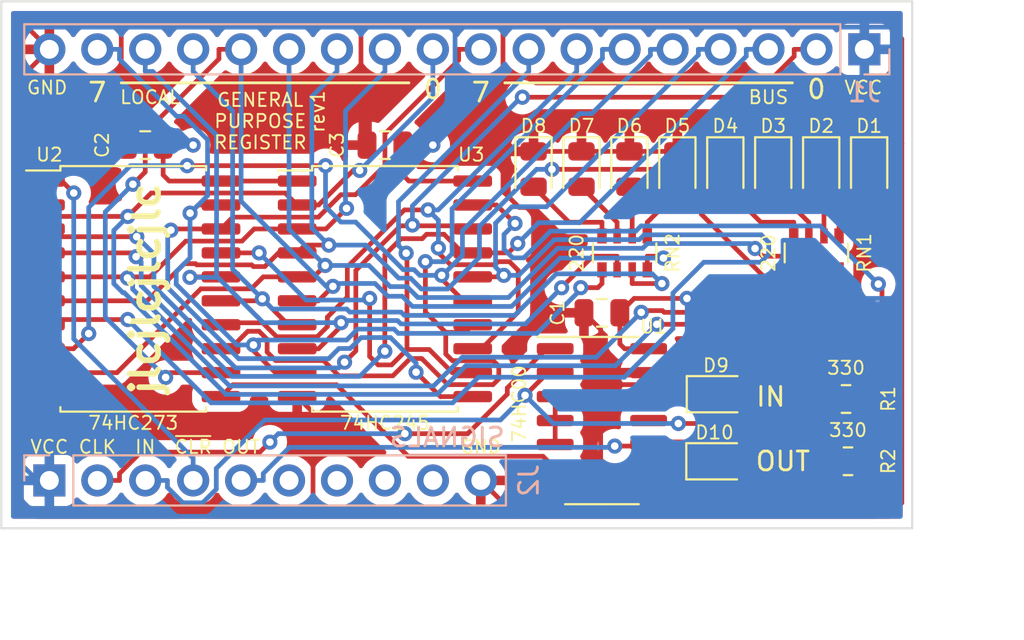
<source format=kicad_pcb>
(kicad_pcb (version 20211014) (generator pcbnew)
  (layers (0 "F.Cu" signal) (31 "B.Cu" signal) (34 "B.Paste" user) (35 "F.Paste" user) (36 "B.SilkS" user "B.Silkscreen") (37 "F.SilkS" user "F.Silkscreen") (38 "B.Mask" user) (39 "F.Mask" user) (44 "Edge.Cuts" user))
  (net 0 "")
  (net 1 "VCC")
  (net 2 "GND")
  (net 3 "Net-(D1-Pad2)")
  (net 4 "Net-(D2-Pad2)")
  (net 5 "Net-(D3-Pad2)")
  (net 6 "Net-(D4-Pad2)")
  (net 7 "Net-(D5-Pad2)")
  (net 8 "Net-(D6-Pad2)")
  (net 9 "Net-(D7-Pad2)")
  (net 10 "Net-(D8-Pad2)")
  (net 11 "/L0")
  (net 12 "/L1")
  (net 13 "/L2")
  (net 14 "/L3")
  (net 15 "/L4")
  (net 16 "/L5")
  (net 17 "/L6")
  (net 18 "/L7")
  (net 19 "/D0")
  (net 20 "/D1")
  (net 21 "/D2")
  (net 22 "/D3")
  (net 23 "/D4")
  (net 24 "/D5")
  (net 25 "/D6")
  (net 26 "/D7")
  (net 27 "CLK")
  (net 28 "IN")
  (net 29 "OUT")
  (net 34 "Net-(U1-Pad3)")
  (net 35 "Net-(U1-Pad6)")
  (net 36 "Net-(U1-Pad8)")
  (net 38 "~{CLR}")
  (net 39 "Net-(D9-Pad2)")
  (net 40 "Net-(D10-Pad2)")
  (footprint "LED_SMD:LED_0805_2012Metric" (layer "F.Cu") (at 61.214 24.13 -90)
    (fp_text reference "D4")
    (fp_text value "LED_Small")
  )
  (footprint "Resistor_SMD:R_0805_2012Metric" (layer "F.Cu") (at 67.611 36.322 180)
    (fp_text reference "R1")
    (fp_text value "330")
  )
  (footprint "Package_SO:SOIC-20W_7.5x12.8mm_P1.27mm" (layer "F.Cu") (at 43.18 30.48)
    (fp_text reference "U3")
    (fp_text value "74HC245")
  )
  (footprint "Capacitor_SMD:C_0805_2012Metric" (layer "F.Cu") (at 43.18 22.86 180)
    (fp_text reference "C3")
    (fp_text value "C")
  )
  (footprint "LED_SMD:LED_0805_2012Metric" (layer "F.Cu") (at 60.8565 36.068)
    (fp_text reference "D9")
    (fp_text value "IN")
  )
  (footprint "LED_SMD:LED_0805_2012Metric" (layer "F.Cu") (at 63.754 24.13 -90)
    (fp_text reference "D3")
    (fp_text value "LED_Small")
  )
  (footprint "Resistor_SMD:R_Array_Convex_4x0603" (layer "F.Cu") (at 55.88 28.575 -90)
    (fp_text reference "RN2")
    (fp_text value "220")
  )
  (footprint "Resistor_SMD:R_0805_2012Metric" (layer "F.Cu") (at 67.7145 39.624 180)
    (fp_text reference "R2")
    (fp_text value "330")
  )
  (footprint "LED_SMD:LED_0805_2012Metric" (layer "F.Cu") (at 66.294 24.13 -90)
    (fp_text reference "D2")
    (fp_text value "LED_Small")
  )
  (footprint "Capacitor_SMD:C_0805_2012Metric" (layer "F.Cu") (at 54.675 31.75 180)
    (fp_text reference "C1")
    (fp_text value "C")
  )
  (footprint "Package_SO:SO-14_3.9x8.65mm_P1.27mm" (layer "F.Cu") (at 54.675 37.465)
    (fp_text reference "U1")
    (fp_text value "74HC00")
  )
  (footprint "LED_SMD:LED_0805_2012Metric" (layer "F.Cu") (at 60.8315 39.624)
    (fp_text reference "D10")
    (fp_text value "OUT")
  )
  (footprint "LED_SMD:LED_0805_2012Metric" (layer "F.Cu") (at 56.134 24.13 -90)
    (fp_text reference "D6")
    (fp_text value "LED_Small")
  )
  (footprint "LED_SMD:LED_0805_2012Metric" (layer "F.Cu") (at 51.054 24.13 -90)
    (fp_text reference "D8")
    (fp_text value "LED_Small")
  )
  (footprint "LED_SMD:LED_0805_2012Metric" (layer "F.Cu") (at 53.594 24.13 -90)
    (fp_text reference "D7")
    (fp_text value "LED_Small")
  )
  (footprint "LED_SMD:LED_0805_2012Metric" (layer "F.Cu") (at 68.834 24.13 -90)
    (fp_text reference "D1")
    (fp_text value "LED_Small")
  )
  (footprint "Capacitor_SMD:C_0805_2012Metric" (layer "F.Cu") (at 30.48 22.86 180)
    (fp_text reference "C2")
    (fp_text value "C")
  )
  (footprint "LED_SMD:LED_0805_2012Metric" (layer "F.Cu") (at 58.674 24.13 -90)
    (fp_text reference "D5")
    (fp_text value "LED_Small")
  )
  (footprint "Package_SO:SOIC-20W_7.5x12.8mm_P1.27mm" (layer "F.Cu") (at 29.845 30.48)
    (fp_text reference "U2")
    (fp_text value "74HC273")
  )
  (footprint "Resistor_SMD:R_Array_Convex_4x0603" (layer "F.Cu") (at 66.04 28.575 -90)
    (fp_text reference "RN1")
    (fp_text value "220")
  )
  (footprint "Connector_PinHeader_2.54mm:PinHeader_1x18_P2.54mm_Vertical" (layer "B.Cu") (at 68.58 17.78 90)
    (fp_text reference "J1")
    (fp_text value "Conn_01x18_Male")
  )
  (footprint "Connector_PinHeader_2.54mm:PinHeader_1x10_P2.54mm_Vertical" (layer "B.Cu") (at 25.4 40.64 -90)
    (fp_text reference "J2")
    (fp_text value "SIGNALS")
  )
  (gr_line (start 49.53 19.558) (end 64.77 19.558) (layer "F.SilkS") (width 0.15))
  (gr_line (start 29.21 19.558) (end 44.45 19.558) (layer "F.SilkS") (width 0.15))
  (gr_line (start 22.86 43.18) (end 71.12 43.18) (layer "Edge.Cuts") (width 0.1))
  (gr_line (start 71.12 15.24) (end 22.86 15.24) (layer "Edge.Cuts") (width 0.1))
  (gr_line (start 22.86 43.18) (end 22.86 15.24) (layer "Edge.Cuts") (width 0.1))
  (gr_line (start 71.12 15.24) (end 71.12 43.18) (layer "Edge.Cuts") (width 0.1))
  (gr_text "~{CLR}" (at 33.02 38.862) (layer "F.SilkS") (effects (font (size 0.7 0.7) (thickness 0.1))))
  (gr_text "GND" (at 26.416 19.812) (layer "F.SilkS") (effects (font (size 0.7 0.7) (thickness 0.1)) (justify right)))
  (gr_text "7" (at 48.26 20.066) (layer "F.SilkS") (effects (font (size 1 1))))
  (gr_text "OUT" (at 35.56 38.862) (layer "F.SilkS") (effects (font (size 0.7 0.7) (thickness 0.1))))
  (gr_text "VCC" (at 69.596 19.812) (layer "F.SilkS") (effects (font (size 0.7 0.7) (thickness 0.1)) (justify right)))
  (gr_text "0" (at 66.04 19.812 180) (layer "F.SilkS") (effects (font (size 1 1))))
  (gr_text "IN" (at 30.48 38.862) (layer "F.SilkS") (effects (font (size 0.7 0.7) (thickness 0.1))))
  (gr_text "BUS" (at 63.5 20.32) (layer "F.SilkS") (effects (font (size 0.7 0.7) (thickness 0.1))))
  (gr_text "LOCAL" (at 30.734 20.32) (layer "F.SilkS") (effects (font (size 0.7 0.7) (thickness 0.1))))
  (gr_text "0" (at 45.72 19.812 180) (layer "F.SilkS") (effects (font (size 1 1))))
  (gr_text "GENERAL\nPURPOSE\nREGISTER" (at 36.576 21.59) (layer "F.SilkS") (effects (font (size 0.7 0.7) (thickness 0.1))))
  (gr_text "CLK" (at 27.94 38.862) (layer "F.SilkS") (effects (font (size 0.7 0.7) (thickness 0.1))))
  (gr_text "rev1" (at 39.624 21.082 90) (layer "F.SilkS") (effects (font (size 0.7 0.7) (thickness 0.1))))
  (gr_text "GND" (at 48.26 38.862) (layer "F.SilkS") (effects (font (size 0.7 0.7) (thickness 0.1))))
  (gr_text "jlcjlcjlcjlc" (at 30.48 30.48 90) (layer "F.SilkS") (effects (font (size 1.5 1.5) (thickness 0.3))))
  (gr_text "VCC" (at 25.4 38.862) (layer "F.SilkS") (effects (font (size 0.7 0.7) (thickness 0.1))))
  (gr_text "7" (at 27.94 20.066) (layer "F.SilkS") (effects (font (size 1 1))))
  (segment (start 45.72 22.86) (end 44.13 22.86) (width 0.25) (layer "F.Cu") (net 1))
  (segment (start 44.45 24.765) (end 47.83 24.765) (width 0.25) (layer "F.Cu") (net 1))
  (segment (start 33.02 22.86) (end 31.43 22.86) (width 0.25) (layer "F.Cu") (net 1))
  (segment (start 57.15 33.655) (end 55.88 33.655) (width 0.25) (layer "F.Cu") (net 1))
  (segment (start 55.625 33.4) (end 55.625 31.75) (width 0.25) (layer "F.Cu") (net 1))
  (segment (start 56.387 30.988) (end 59.182 30.988) (width 0.25) (layer "F.Cu") (net 1))
  (segment (start 55.625 31.75) (end 56.387 30.988) (width 0.25) (layer "F.Cu") (net 1))
  (segment (start 34.495 24.765) (end 38.53 24.765) (width 0.25) (layer "F.Cu") (net 1))
  (segment (start 44.13 22.86) (end 44.13 24.445) (width 0.25) (layer "F.Cu") (net 1))
  (segment (start 31.75 24.765) (end 31.43 24.445) (width 0.25) (layer "F.Cu") (net 1))
  (segment (start 55.88 33.655) (end 55.625 33.4) (width 0.25) (layer "F.Cu") (net 1))
  (segment (start 34.495 24.765) (end 31.75 24.765) (width 0.25) (layer "F.Cu") (net 1))
  (segment (start 44.13 24.445) (end 44.45 24.765) (width 0.25) (layer "F.Cu") (net 1))
  (segment (start 31.43 24.445) (end 31.43 22.86) (width 0.25) (layer "F.Cu") (net 1))
  (via (at 59.182 30.988) (size 0.8) (drill 0.4) (layers "F.Cu" "B.Cu") (net 1))
  (via (at 33.02 22.86) (size 0.8) (drill 0.4) (layers "F.Cu" "B.Cu") (net 1))
  (via (at 45.72 22.86) (size 0.8) (drill 0.4) (layers "F.Cu" "B.Cu") (net 1))
  (segment (start 24.765 42.545) (end 69.215 42.545) (width 0.25) (layer "B.Cu") (net 1))
  (segment (start 26.765 16.605) (end 26.575 16.605) (width 0.25) (layer "B.Cu") (net 1))
  (segment (start 26.765 16.605) (end 26.575 16.605) (width 0.25) (layer "B.Cu") (net 1))
  (segment (start 23.495 39.37) (end 23.495 22.86) (width 0.25) (layer "B.Cu") (net 1))
  (segment (start 23.495 22.86) (end 33.02 22.86) (width 0.25) (layer "B.Cu") (net 1))
  (segment (start 24.035 16.605) (end 23.495 17.145) (width 0.25) (layer "B.Cu") (net 1))
  (segment (start 23.495 39.37) (end 23.495 41.275) (width 0.25) (layer "B.Cu") (net 1))
  (segment (start 69.85 17.78) (end 70.485 18.415) (width 0.25) (layer "B.Cu") (net 1))
  (segment (start 70.485 41.275) (end 70.485 30.861) (width 0.25) (layer "B.Cu") (net 1))
  (segment (start 69.215 42.545) (end 70.485 41.275) (width 0.25) (layer "B.Cu") (net 1))
  (segment (start 23.495 41.275) (end 24.765 42.545) (width 0.25) (layer "B.Cu") (net 1))
  (segment (start 46.895 21.685) (end 45.72 22.86) (width 0.25) (layer "B.Cu") (net 1))
  (segment (start 59.182 30.988) (end 70.358 30.988) (width 0.25) (layer "B.Cu") (net 1))
  (segment (start 46.895 16.605) (end 46.895 21.685) (width 0.25) (layer "B.Cu") (net 1))
  (segment (start 70.358 30.988) (end 70.485 30.861) (width 0.25) (layer "B.Cu") (net 1))
  (segment (start 68.58 17.78) (end 69.85 17.78) (width 0.25) (layer "B.Cu") (net 1))
  (segment (start 23.495 39.37) (end 24.765 40.64) (width 0.25) (layer "B.Cu") (net 1))
  (segment (start 70.485 18.415) (end 70.485 17.145) (width 0.25) (layer "B.Cu") (net 1))
  (segment (start 70.485 17.145) (end 69.945 16.605) (width 0.25) (layer "B.Cu") (net 1))
  (segment (start 23.495 17.145) (end 23.495 22.86) (width 0.25) (layer "B.Cu") (net 1))
  (segment (start 69.945 16.605) (end 46.895 16.605) (width 0.25) (layer "B.Cu") (net 1))
  (segment (start 26.575 16.605) (end 24.035 16.605) (width 0.25) (layer "B.Cu") (net 1))
  (segment (start 46.895 16.605) (end 26.765 16.605) (width 0.25) (layer "B.Cu") (net 1))
  (segment (start 70.485 30.861) (end 70.485 18.415) (width 0.25) (layer "B.Cu") (net 1))
  (segment (start 24.765 40.64) (end 25.4 40.64) (width 0.25) (layer "B.Cu") (net 1))
  (segment (start 54.61 32.635) (end 53.725 31.75) (width 0.25) (layer "F.Cu") (net 2))
  (segment (start 70.565 17.225) (end 69.215 15.875) (width 0.25) (layer "F.Cu") (net 2))
  (segment (start 50.292 26.162) (end 49.435 25.305) (width 0.25) (layer "F.Cu") (net 2))
  (segment (start 61.214 23.1925) (end 63.754 23.1925) (width 0.25) (layer "F.Cu") (net 2))
  (segment (start 50.165 42.545) (end 50.93 42.545) (width 0.25) (layer "F.Cu") (net 2))
  (segment (start 70.565 22.78) (end 70.565 17.225) (width 0.25) (layer "F.Cu") (net 2))
  (segment (start 51.054 31.496) (end 51.054 26.416) (width 0.25) (layer "F.Cu") (net 2))
  (segment (start 57.15 34.925) (end 56.642 35.433) (width 0.25) (layer "F.Cu") (net 2))
  (segment (start 69.215 15.875) (end 49.657 15.875) (width 0.25) (layer "F.Cu") (net 2))
  (segment (start 50.93 42.545) (end 69.85 42.545) (width 0.25) (layer "F.Cu") (net 2))
  (segment (start 49.435 22.511) (end 49.435 22.003) (width 0.25) (layer "F.Cu") (net 2))
  (segment (start 54.61 35.56) (end 54.61 32.635) (width 0.25) (layer "F.Cu") (net 2))
  (segment (start 53.975 41.275) (end 54.61 40.64) (width 0.25) (layer "F.Cu") (net 2))
  (segment (start 56.134 23.1925) (end 58.674 23.1925) (width 0.25) (layer "F.Cu") (net 2))
  (segment (start 57.15 36.068) (end 57.15 36.195) (width 0.25) (layer "F.Cu") (net 2))
  (segment (start 49.657 15.875) (end 41.91 15.875) (width 0.25) (layer "F.Cu") (net 2))
  (segment (start 24.13 16.51) (end 25.4 17.78) (width 0.25) (layer "F.Cu") (net 2))
  (segment (start 69.859 22.78) (end 70.565 22.78) (width 0.25) (layer "F.Cu") (net 2))
  (segment (start 23.495 36.195) (end 23.495 41.275) (width 0.25) (layer "F.Cu") (net 2))
  (segment (start 59.919 36.068) (end 57.15 36.068) (width 0.25) (layer "F.Cu") (net 2))
  (segment (start 23.495 19.685) (end 23.495 36.195) (width 0.25) (layer "F.Cu") (net 2))
  (segment (start 56.642 35.56) (end 57.15 36.068) (width 0.25) (layer "F.Cu") (net 2))
  (segment (start 53.594 23.1925) (end 56.134 23.1925) (width 0.25) (layer "F.Cu") (net 2))
  (segment (start 23.495 36.195) (end 25.195 36.195) (width 0.25) (layer "F.Cu") (net 2))
  (segment (start 50.93 42.545) (end 52.2 41.275) (width 0.25) (layer "F.Cu") (net 2))
  (segment (start 51.054 23.1925) (end 50.1165 23.1925) (width 0.25) (layer "F.Cu") (net 2))
  (segment (start 48.26 40.64) (end 50.165 42.545) (width 0.25) (layer "F.Cu") (net 2))
  (segment (start 53.725 31.75) (end 51.308 31.75) (width 0.25) (layer "F.Cu") (net 2))
  (segment (start 54.61 40.64) (end 54.61 40.631) (width 0.25) (layer "F.Cu") (net 2))
  (segment (start 24.13 15.875) (end 24.13 16.51) (width 0.25) (layer "F.Cu") (net 2))
  (segment (start 29.21 22.54) (end 29.21 15.875) (width 0.25) (layer "F.Cu") (net 2))
  (segment (start 63.754 23.1925) (end 66.294 23.1925) (width 0.25) (layer "F.Cu") (net 2))
  (segment (start 51.308 31.75) (end 51.054 31.496) (width 0.25) (layer "F.Cu") (net 2))
  (segment (start 66.294 23.1925) (end 68.834 23.1925) (width 0.25) (layer "F.Cu") (net 2))
  (segment (start 29.53 22.86) (end 29.21 22.54) (width 0.25) (layer "F.Cu") (net 2))
  (segment (start 42.23 22.86) (end 41.91 22.54) (width 0.25) (layer "F.Cu") (net 2))
  (segment (start 49.435 25.305) (end 49.435 22.511) (width 0.25) (layer "F.Cu") (net 2))
  (segment (start 56.642 35.433) (end 56.642 35.56) (width 0.25) (layer "F.Cu") (net 2))
  (segment (start 52.2 41.275) (end 53.975 41.275) (width 0.25) (layer "F.Cu") (net 2))
  (segment (start 39.37 37.035) (end 39.37 42.545) (width 0.25) (layer "F.Cu") (net 2))
  (segment (start 59.894 39.624) (end 58.887 40.631) (width 0.25) (layer "F.Cu") (net 2))
  (segment (start 51.054 23.1925) (end 53.594 23.1925) (width 0.25) (layer "F.Cu") (net 2))
  (segment (start 58.887 40.631) (end 54.61 40.631) (width 0.25) (layer "F.Cu") (net 2))
  (segment (start 41.91 15.875) (end 29.21 15.875) (width 0.25) (layer "F.Cu") (net 2))
  (segment (start 54.61 35.56) (end 56.642 35.56) (width 0.25) (layer "F.Cu") (net 2))
  (segment (start 25.4 17.78) (end 23.495 19.685) (width 0.25) (layer "F.Cu") (net 2))
  (segment (start 49.435 22.003) (end 49.435 16.097) (width 0.25) (layer "F.Cu") (net 2))
  (segment (start 51.054 26.416) (end 50.8 26.162) (width 0.25) (layer "F.Cu") (net 2))
  (segment (start 23.495 41.275) (end 24.765 42.545) (width 0.25) (layer "F.Cu") (net 2))
  (segment (start 38.53 36.195) (end 39.37 37.035) (width 0.25) (layer "F.Cu") (net 2))
  (segment (start 50.1165 23.1925) (end 49.435 22.511) (width 0.25) (layer "F.Cu") (net 2))
  (segment (start 50.8 26.162) (end 50.292 26.162) (width 0.25) (layer "F.Cu") (net 2))
  (segment (start 70.565 41.83) (end 70.565 22.78) (width 0.25) (layer "F.Cu") (net 2))
  (segment (start 39.37 42.545) (end 50.165 42.545) (width 0.25) (layer "F.Cu") (net 2))
  (segment (start 23.495 16.51) (end 23.495 19.685) (width 0.25) (layer "F.Cu") (net 2))
  (segment (start 49.435 22.511) (end 49.435 22.003) (width 0.25) (layer "F.Cu") (net 2))
  (segment (start 68.834 23.1925) (end 69.4465 23.1925) (width 0.25) (layer "F.Cu") (net 2))
  (segment (start 49.435 16.097) (end 49.657 15.875) (width 0.25) (layer "F.Cu") (net 2))
  (segment (start 58.674 23.1925) (end 61.214 23.1925) (width 0.25) (layer "F.Cu") (net 2))
  (segment (start 54.61 40.631) (end 54.61 35.56) (width 0.25) (layer "F.Cu") (net 2))
  (segment (start 24.765 42.545) (end 39.37 42.545) (width 0.25) (layer "F.Cu") (net 2))
  (segment (start 24.13 15.875) (end 23.495 16.51) (width 0.25) (layer "F.Cu") (net 2))
  (segment (start 29.21 15.875) (end 24.13 15.875) (width 0.25) (layer "F.Cu") (net 2))
  (segment (start 41.91 22.54) (end 41.91 15.875) (width 0.25) (layer "F.Cu") (net 2))
  (segment (start 69.85 42.545) (end 70.565 41.83) (width 0.25) (layer "F.Cu") (net 2))
  (segment (start 69.4465 23.1925) (end 69.859 22.78) (width 0.25) (layer "F.Cu") (net 2))
  (segment (start 67.24 27.675) (end 67.24 26.9497) (width 0.25) (layer "F.Cu") (net 3))
  (segment (start 67.24 26.9497) (end 68.834 25.3557) (width 0.25) (layer "F.Cu") (net 3))
  (segment (start 68.834 25.3557) (end 68.834 25.0675) (width 0.25) (layer "F.Cu") (net 3))
  (segment (start 66.44 27.675) (end 66.44 25.2135) (width 0.25) (layer "F.Cu") (net 4))
  (segment (start 66.44 25.2135) (end 66.294 25.0675) (width 0.25) (layer "F.Cu") (net 4))
  (segment (start 65.64 27.675) (end 65.64 26.9497) (width 0.25) (layer "F.Cu") (net 5))
  (segment (start 65.6362 26.9497) (end 63.754 25.0675) (width 0.25) (layer "F.Cu") (net 5))
  (segment (start 65.64 26.9497) (end 65.6362 26.9497) (width 0.25) (layer "F.Cu") (net 5))
  (segment (start 64.84 26.9497) (end 63.0962 26.9497) (width 0.25) (layer "F.Cu") (net 6))
  (segment (start 64.84 27.675) (end 64.84 26.9497) (width 0.25) (layer "F.Cu") (net 6))
  (segment (start 63.0962 26.9497) (end 61.214 25.0675) (width 0.25) (layer "F.Cu") (net 6))
  (segment (start 57.08 27.675) (end 57.08 26.9497) (width 0.25) (layer "F.Cu") (net 7))
  (segment (start 58.674 25.3557) (end 58.674 25.0675) (width 0.25) (layer "F.Cu") (net 7))
  (segment (start 57.08 26.9497) (end 58.674 25.3557) (width 0.25) (layer "F.Cu") (net 7))
  (segment (start 56.28 25.2135) (end 56.28 27.675) (width 0.25) (layer "F.Cu") (net 8))
  (segment (start 56.134 25.0675) (end 56.28 25.2135) (width 0.25) (layer "F.Cu") (net 8))
  (segment (start 55.48 27.675) (end 55.48 26.9497) (width 0.25) (layer "F.Cu") (net 9))
  (segment (start 55.4762 26.9497) (end 55.48 26.9497) (width 0.25) (layer "F.Cu") (net 9))
  (segment (start 53.594 25.0675) (end 55.4762 26.9497) (width 0.25) (layer "F.Cu") (net 9))
  (segment (start 54.68 27.675) (end 54.68 26.9497) (width 0.25) (layer "F.Cu") (net 10))
  (segment (start 54.68 26.9497) (end 52.9362 26.9497) (width 0.25) (layer "F.Cu") (net 10))
  (segment (start 52.9362 26.9497) (end 51.054 25.0675) (width 0.25) (layer "F.Cu") (net 10))
  (segment (start 67.24 30.2003) (end 65.0794 32.3609) (width 0.25) (layer "F.Cu") (net 11))
  (segment (start 30.797 25.4) (end 37.895 25.4) (width 0.25) (layer "F.Cu") (net 11))
  (segment (start 25.8015 26.6415) (end 25.195 26.035) (width 0.25) (layer "F.Cu") (net 11))
  (segment (start 67.24 29.475) (end 67.24 30.2003) (width 0.25) (layer "F.Cu") (net 11))
  (segment (start 41.4949 24.2028) (end 39.6627 26.035) (width 0.25) (layer "F.Cu") (net 11))
  (segment (start 41.843 24.2028) (end 41.4949 24.2028) (width 0.25) (layer "F.Cu") (net 11))
  (segment (start 37.895 25.4) (end 38.53 26.035) (width 0.25) (layer "F.Cu") (net 11))
  (segment (start 29.5555 26.6415) (end 30.797 25.4) (width 0.25) (layer "F.Cu") (net 11))
  (segment (start 29.5555 26.6415) (end 25.8015 26.6415) (width 0.25) (layer "F.Cu") (net 11))
  (segment (start 39.6627 26.035) (end 38.53 26.035) (width 0.25) (layer "F.Cu") (net 11))
  (segment (start 65.0794 32.3609) (end 57.5842 32.3609) (width 0.25) (layer "F.Cu") (net 11))
  (via (at 41.843 24.2028) (size 0.8) (drill 0.4) (layers "F.Cu" "B.Cu") (net 11))
  (via (at 57.5842 32.3609) (size 0.8) (drill 0.4) (layers "F.Cu" "B.Cu") (net 11))
  (via (at 29.5555 26.6415) (size 0.8) (drill 0.4) (layers "F.Cu" "B.Cu") (net 11))
  (segment (start 29.3646 30.6819) (end 34.7595 36.0768) (width 0.25) (layer "B.Cu") (net 11))
  (segment (start 45.72 20.3258) (end 45.72 17.78) (width 0.25) (layer "B.Cu") (net 11))
  (segment (start 47.4678 34.5569) (end 55.3882 34.5569) (width 0.25) (layer "B.Cu") (net 11))
  (segment (start 29.2906 30.6818) (end 29.3646 30.6818) (width 0.25) (layer "B.Cu") (net 11))
  (segment (start 28.8145 27.3825) (end 28.8145 30.2057) (width 0.25) (layer "B.Cu") (net 11))
  (segment (start 34.7595 36.0768) (end 45.9479 36.0768) (width 0.25) (layer "B.Cu") (net 11))
  (segment (start 41.843 24.2028) (end 45.72 20.3258) (width 0.25) (layer "B.Cu") (net 11))
  (segment (start 28.8145 30.2057) (end 29.2906 30.6818) (width 0.25) (layer "B.Cu") (net 11))
  (segment (start 29.5555 26.6415) (end 28.8145 27.3825) (width 0.25) (layer "B.Cu") (net 11))
  (segment (start 45.9479 36.0768) (end 47.4678 34.5569) (width 0.25) (layer "B.Cu") (net 11))
  (segment (start 55.3882 34.5569) (end 57.5842 32.3609) (width 0.25) (layer "B.Cu") (net 11))
  (segment (start 29.3646 30.6818) (end 29.3646 30.6819) (width 0.25) (layer "B.Cu") (net 11))
  (segment (start 66.44 29.475) (end 66.44 30.2003) (width 0.25) (layer "F.Cu") (net 12))
  (segment (start 32.6276 27.9491) (end 35.6054 27.9491) (width 0.25) (layer "F.Cu") (net 12))
  (segment (start 57.9749 31.7258) (end 57.8847 31.6356) (width 0.25) (layer "F.Cu") (net 12))
  (segment (start 57.8847 31.6356) (end 56.849 31.6356) (width 0.25) (layer "F.Cu") (net 12))
  (segment (start 35.6054 27.9491) (end 36.2495 27.305) (width 0.25) (layer "F.Cu") (net 12))
  (segment (start 38.53 27.305) (end 40.0553 27.305) (width 0.25) (layer "F.Cu") (net 12))
  (segment (start 66.44 30.2003) (end 64.9145 31.7258) (width 0.25) (layer "F.Cu") (net 12))
  (segment (start 29.5398 29.845) (end 29.5398 29.9053) (width 0.25) (layer "F.Cu") (net 12))
  (segment (start 56.849 31.6356) (end 56.7588 31.7258) (width 0.25) (layer "F.Cu") (net 12))
  (segment (start 36.2495 27.305) (end 38.53 27.305) (width 0.25) (layer "F.Cu") (net 12))
  (segment (start 29.5398 29.845) (end 30.7317 29.845) (width 0.25) (layer "F.Cu") (net 12))
  (segment (start 40.0553 27.305) (end 41.1461 26.2142) (width 0.25) (layer "F.Cu") (net 12))
  (segment (start 30.7317 29.845) (end 32.6276 27.9491) (width 0.25) (layer "F.Cu") (net 12))
  (segment (start 64.9145 31.7258) (end 57.9749 31.7258) (width 0.25) (layer "F.Cu") (net 12))
  (segment (start 25.195 29.845) (end 29.5398 29.845) (width 0.25) (layer "F.Cu") (net 12))
  (via (at 29.5398 29.9053) (size 0.8) (drill 0.4) (layers "F.Cu" "B.Cu") (net 12))
  (via (at 56.7588 31.7258) (size 0.8) (drill 0.4) (layers "F.Cu" "B.Cu") (net 12))
  (via (at 41.1461 26.2142) (size 0.8) (drill 0.4) (layers "F.Cu" "B.Cu") (net 12))
  (segment (start 34.9461 35.6265) (end 45.7613 35.6265) (width 0.25) (layer "B.Cu") (net 12))
  (segment (start 41.1461 26.2142) (end 41.0904 26.1585) (width 0.25) (layer "B.Cu") (net 12))
  (segment (start 41.0904 21.0449) (end 43.18 18.9553) (width 0.25) (layer "B.Cu") (net 12))
  (segment (start 47.2812 34.1066) (end 54.378 34.1066) (width 0.25) (layer "B.Cu") (net 12))
  (segment (start 29.5398 29.9053) (end 29.8149 30.1804) (width 0.25) (layer "B.Cu") (net 12))
  (segment (start 45.7613 35.6265) (end 47.2812 34.1066) (width 0.25) (layer "B.Cu") (net 12))
  (segment (start 29.8149 30.4953) (end 34.9461 35.6265) (width 0.25) (layer "B.Cu") (net 12))
  (segment (start 41.0904 26.1585) (end 41.0904 21.0449) (width 0.25) (layer "B.Cu") (net 12))
  (segment (start 29.8149 30.1804) (end 29.8149 30.4953) (width 0.25) (layer "B.Cu") (net 12))
  (segment (start 43.18 17.78) (end 43.18 18.9553) (width 0.25) (layer "B.Cu") (net 12))
  (segment (start 54.378 34.1066) (end 56.7588 31.7258) (width 0.25) (layer "B.Cu") (net 12))
  (segment (start 63.6225 30.2003) (end 65.64 30.2003) (width 0.25) (layer "F.Cu") (net 13))
  (segment (start 59.944 26.5218) (end 63.6225 30.2003) (width 0.25) (layer "F.Cu") (net 13))
  (segment (start 32.5476 29.1455) (end 33.1485 29.1455) (width 0.25) (layer "F.Cu") (net 13))
  (segment (start 65.64 29.475) (end 65.64 30.2003) (width 0.25) (layer "F.Cu") (net 13))
  (segment (start 25.195 31.115) (end 30.5781 31.115) (width 0.25) (layer "F.Cu") (net 13))
  (segment (start 37.5381 28.575) (end 38.53 28.575) (width 0.25) (layer "F.Cu") (net 13))
  (segment (start 36.813 29.3001) (end 37.5381 28.575) (width 0.25) (layer "F.Cu") (net 13))
  (segment (start 38.9452 28.1598) (end 38.53 28.575) (width 0.25) (layer "F.Cu") (net 13))
  (segment (start 59.944 24.7926) (end 59.944 26.5218) (width 0.25) (layer "F.Cu") (net 13))
  (segment (start 59.2955 24.1441) (end 59.944 24.7926) (width 0.25) (layer "F.Cu") (net 13))
  (segment (start 30.5781 31.115) (end 32.5476 29.1455) (width 0.25) (layer "F.Cu") (net 13))
  (segment (start 33.2129 29.2099) (end 36.1219 29.2099) (width 0.25) (layer "F.Cu") (net 13))
  (segment (start 52.0301 24.1441) (end 59.2955 24.1441) (width 0.25) (layer "F.Cu") (net 13))
  (segment (start 33.1485 29.1455) (end 33.2129 29.2099) (width 0.25) (layer "F.Cu") (net 13))
  (segment (start 36.2121 29.3001) (end 36.813 29.3001) (width 0.25) (layer "F.Cu") (net 13))
  (segment (start 36.1219 29.2099) (end 36.2121 29.3001) (width 0.25) (layer "F.Cu") (net 13))
  (segment (start 40.2064 28.1598) (end 38.9452 28.1598) (width 0.25) (layer "F.Cu") (net 13))
  (via (at 52.0301 24.1441) (size 0.8) (drill 0.4) (layers "F.Cu" "B.Cu") (net 13))
  (via (at 40.2064 28.1598) (size 0.8) (drill 0.4) (layers "F.Cu" "B.Cu") (net 13))
  (segment (start 52.0301 24.1441) (end 51.2123 24.1441) (width 0.25) (layer "B.Cu") (net 13))
  (segment (start 44.533 29.9119) (end 43.91 29.9119) (width 0.25) (layer "B.Cu") (net 13))
  (segment (start 39.3058 27.2592) (end 40.2064 28.1598) (width 0.25) (layer "B.Cu") (net 13))
  (segment (start 46.5023 30.4899) (end 45.111 30.4899) (width 0.25) (layer "B.Cu") (net 13))
  (segment (start 40.64 18.9553) (end 39.3058 20.2895) (width 0.25) (layer "B.Cu") (net 13))
  (segment (start 48.1876 27.1688) (end 48.1876 28.8046) (width 0.25) (layer "B.Cu") (net 13))
  (segment (start 45.111 30.4899) (end 44.533 29.9119) (width 0.25) (layer "B.Cu") (net 13))
  (segment (start 51.2123 24.1441) (end 48.1876 27.1688) (width 0.25) (layer "B.Cu") (net 13))
  (segment (start 43.91 29.9119) (end 42.1579 28.1598) (width 0.25) (layer "B.Cu") (net 13))
  (segment (start 48.1876 28.8046) (end 46.5023 30.4899) (width 0.25) (layer "B.Cu") (net 13))
  (segment (start 39.3058 20.2895) (end 39.3058 27.2592) (width 0.25) (layer "B.Cu") (net 13))
  (segment (start 42.1579 28.1598) (end 40.2064 28.1598) (width 0.25) (layer "B.Cu") (net 13))
  (segment (start 40.64 17.78) (end 40.64 18.9553) (width 0.25) (layer "B.Cu") (net 13))
  (segment (start 39.4093 29.845) (end 38.53 29.845) (width 0.25) (layer "F.Cu") (net 14))
  (segment (start 36.0983 30.48) (end 33.4278 30.48) (width 0.25) (layer "F.Cu") (net 14))
  (segment (start 28.9828 34.925) (end 25.195 34.925) (width 0.25) (layer "F.Cu") (net 14))
  (segment (start 38.53 29.845) (end 36.7333 29.845) (width 0.25) (layer "F.Cu") (net 14))
  (segment (start 62.7885 28.3406) (end 63.1976 28.7497) (width 0.25) (layer "F.Cu") (net 14))
  (segment (start 63.1976 28.7497) (end 64.84 28.7497) (width 0.25) (layer "F.Cu") (net 14))
  (segment (start 64.84 29.475) (end 64.84 28.7497) (width 0.25) (layer "F.Cu") (net 14))
  (segment (start 33.4278 30.48) (end 28.9828 34.925) (width 0.25) (layer "F.Cu") (net 14))
  (segment (start 36.7333 29.845) (end 36.0983 30.48) (width 0.25) (layer "F.Cu") (net 14))
  (segment (start 40.014 29.2403) (end 39.4093 29.845) (width 0.25) (layer "F.Cu") (net 14))
  (via (at 40.014 29.2403) (size 0.8) (drill 0.4) (layers "F.Cu" "B.Cu") (net 14))
  (via (at 62.7885 28.3406) (size 0.8) (drill 0.4) (layers "F.Cu" "B.Cu") (net 14))
  (segment (start 49.726 30.9402) (end 44.9243 30.9402) (width 0.25) (layer "B.Cu") (net 14))
  (segment (start 38.1 27.3263) (end 40.014 29.2403) (width 0.25) (layer "B.Cu") (net 14))
  (segment (start 52.3359 28.3303) (end 49.726 30.9402) (width 0.25) (layer "B.Cu") (net 14))
  (segment (start 38.1 18.9553) (end 38.1 27.3263) (width 0.25) (layer "B.Cu") (net 14))
  (segment (start 38.1 17.78) (end 38.1 18.9553) (width 0.25) (layer "B.Cu") (net 14))
  (segment (start 42.3376 29.2403) (end 40.014 29.2403) (width 0.25) (layer "B.Cu") (net 14))
  (segment (start 57.0894 28.0794) (end 56.8385 28.3303) (width 0.25) (layer "B.Cu") (net 14))
  (segment (start 62.7885 28.3406) (end 62.5273 28.0794) (width 0.25) (layer "B.Cu") (net 14))
  (segment (start 56.8385 28.3303) (end 52.3359 28.3303) (width 0.25) (layer "B.Cu") (net 14))
  (segment (start 44.3463 30.3622) (end 43.4595 30.3622) (width 0.25) (layer "B.Cu") (net 14))
  (segment (start 43.4595 30.3622) (end 42.3376 29.2403) (width 0.25) (layer "B.Cu") (net 14))
  (segment (start 44.9243 30.9402) (end 44.3463 30.3622) (width 0.25) (layer "B.Cu") (net 14))
  (segment (start 62.5273 28.0794) (end 57.0894 28.0794) (width 0.25) (layer "B.Cu") (net 14))
  (segment (start 34.3847 18.2896) (end 34.3847 17.78) (width 0.25) (layer "F.Cu") (net 15))
  (segment (start 39.6567 31.115) (end 38.53 31.115) (width 0.25) (layer "F.Cu") (net 15))
  (segment (start 34.495 34.925) (end 31.8127 34.925) (width 0.25) (layer "F.Cu") (net 15))
  (segment (start 57.08 28.7497) (end 57.8381 28.7497) (width 0.25) (layer "F.Cu") (net 15))
  (segment (start 40.4231 30.3486) (end 39.6567 31.115) (width 0.25) (layer "F.Cu") (net 15))
  (segment (start 57.08 29.475) (end 57.08 28.7497) (width 0.25) (layer "F.Cu") (net 15))
  (segment (start 30.48 24.2816) (end 30.48 22.1943) (width 0.25) (layer "F.Cu") (net 15))
  (segment (start 57.8381 28.7497) (end 57.9367 28.8483) (width 0.25) (layer "F.Cu") (net 15))
  (segment (start 35.56 17.78) (end 34.3847 17.78) (width 0.25) (layer "F.Cu") (net 15))
  (segment (start 30.48 22.1943) (end 34.3847 18.2896) (width 0.25) (layer "F.Cu") (net 15))
  (segment (start 31.8127 34.925) (end 31.5599 35.1778) (width 0.25) (layer "F.Cu") (net 15))
  (segment (start 29.8261 24.9355) (end 30.48 24.2816) (width 0.25) (layer "F.Cu") (net 15))
  (via (at 31.5599 35.1778) (size 0.8) (drill 0.4) (layers "F.Cu" "B.Cu") (net 15))
  (via (at 57.9367 28.8483) (size 0.8) (drill 0.4) (layers "F.Cu" "B.Cu") (net 15))
  (via (at 29.8261 24.9355) (size 0.8) (drill 0.4) (layers "F.Cu" "B.Cu") (net 15))
  (via (at 40.4231 30.3486) (size 0.8) (drill 0.4) (layers "F.Cu" "B.Cu") (net 15))
  (segment (start 40.07 30.3486) (end 40.4231 30.3486) (width 0.25) (layer "B.Cu") (net 15))
  (segment (start 44.0974 30.8749) (end 44.6365 31.414) (width 0.25) (layer "B.Cu") (net 15))
  (segment (start 35.56 17.78) (end 35.56 18.9553) (width 0.25) (layer "B.Cu") (net 15))
  (segment (start 44.6365 31.414) (end 49.8891 31.414) (width 0.25) (layer "B.Cu") (net 15))
  (segment (start 35.56 18.9553) (end 35.56 25.8386) (width 0.25) (layer "B.Cu") (net 15))
  (segment (start 28.3642 26.3974) (end 28.3642 31.9821) (width 0.25) (layer "B.Cu") (net 15))
  (segment (start 35.56 25.8386) (end 40.07 30.3486) (width 0.25) (layer "B.Cu") (net 15))
  (segment (start 29.8261 24.9355) (end 28.3642 26.3974) (width 0.25) (layer "B.Cu") (net 15))
  (segment (start 40.4231 30.3486) (end 40.5752 30.1965) (width 0.25) (layer "B.Cu") (net 15))
  (segment (start 52.4548 28.8483) (end 57.9367 28.8483) (width 0.25) (layer "B.Cu") (net 15))
  (segment (start 28.3642 31.9821) (end 31.5599 35.1778) (width 0.25) (layer "B.Cu") (net 15))
  (segment (start 40.5752 30.1965) (end 42.6569 30.1965) (width 0.25) (layer "B.Cu") (net 15))
  (segment (start 49.8891 31.414) (end 52.4548 28.8483) (width 0.25) (layer "B.Cu") (net 15))
  (segment (start 43.3353 30.8749) (end 44.0974 30.8749) (width 0.25) (layer "B.Cu") (net 15))
  (segment (start 42.6569 30.1965) (end 43.3353 30.8749) (width 0.25) (layer "B.Cu") (net 15))
  (segment (start 36.5786 31.115) (end 36.684 31.0096) (width 0.25) (layer "F.Cu") (net 16))
  (segment (start 56.28 29.475) (end 56.28 30.2003) (width 0.25) (layer "F.Cu") (net 16))
  (segment (start 38.0594 32.385) (end 36.684 31.0096) (width 0.25) (layer "F.Cu") (net 16))
  (segment (start 34.495 31.115) (end 36.5786 31.115) (width 0.25) (layer "F.Cu") (net 16))
  (segment (start 38.53 32.385) (end 38.0594 32.385) (width 0.25) (layer "F.Cu") (net 16))
  (segment (start 56.28 30.2003) (end 57.8559 30.2003) (width 0.25) (layer "F.Cu") (net 16))
  (via (at 36.684 31.0096) (size 0.8) (drill 0.4) (layers "F.Cu" "B.Cu") (net 16))
  (via (at 57.8559 30.2003) (size 0.8) (drill 0.4) (layers "F.Cu" "B.Cu") (net 16))
  (segment (start 44.0348 31.7131) (end 41.3194 31.7131) (width 0.25) (layer "B.Cu") (net 16))
  (segment (start 35.1096 29.4352) (end 36.684 31.0096) (width 0.25) (layer "B.Cu") (net 16))
  (segment (start 37.2251 31.5507) (end 36.684 31.0096) (width 0.25) (layer "B.Cu") (net 16))
  (segment (start 41.157 31.5507) (end 37.2251 31.5507) (width 0.25) (layer "B.Cu") (net 16))
  (segment (start 41.3194 31.7131) (end 41.157 31.5507) (width 0.25) (layer "B.Cu") (net 16))
  (segment (start 57.3405 29.6849) (end 52.2551 29.6849) (width 0.25) (layer "B.Cu") (net 16))
  (segment (start 50.0521 31.8879) (end 44.2096 31.8879) (width 0.25) (layer "B.Cu") (net 16))
  (segment (start 52.2551 29.6849) (end 50.0521 31.8879) (width 0.25) (layer "B.Cu") (net 16))
  (segment (start 33.02 17.78) (end 33.02 18.9553) (width 0.25) (layer "B.Cu") (net 16))
  (segment (start 44.2096 31.8879) (end 44.0348 31.7131) (width 0.25) (layer "B.Cu") (net 16))
  (segment (start 35.1096 21.0449) (end 35.1096 29.4352) (width 0.25) (layer "B.Cu") (net 16))
  (segment (start 33.02 18.9553) (end 35.1096 21.0449) (width 0.25) (layer "B.Cu") (net 16))
  (segment (start 57.8559 30.2003) (end 57.3405 29.6849) (width 0.25) (layer "B.Cu") (net 16))
  (segment (start 40.8565 32.276) (end 40.8565 32.4618) (width 0.25) (layer "F.Cu") (net 17))
  (segment (start 52.5417 30.4042) (end 52.5417 30.424) (width 0.25) (layer "F.Cu") (net 17))
  (segment (start 34.495 29.845) (end 32.8738 29.845) (width 0.25) (layer "F.Cu") (net 17))
  (segment (start 40.8565 32.4618) (end 39.6633 33.655) (width 0.25) (layer "F.Cu") (net 17))
  (segment (start 39.6633 33.655) (end 38.53 33.655) (width 0.25) (layer "F.Cu") (net 17))
  (segment (start 55.48 29.475) (end 55.48 28.7497) (width 0.25) (layer "F.Cu") (net 17))
  (segment (start 55.48 28.7497) (end 54.1962 28.7497) (width 0.25) (layer "F.Cu") (net 17))
  (segment (start 32.8738 29.845) (end 32.848 29.8708) (width 0.25) (layer "F.Cu") (net 17))
  (segment (start 54.1962 28.7497) (end 52.5417 30.4042) (width 0.25) (layer "F.Cu") (net 17))
  (via (at 40.8565 32.276) (size 0.8) (drill 0.4) (layers "F.Cu" "B.Cu") (net 17))
  (via (at 32.848 29.8708) (size 0.8) (drill 0.4) (layers "F.Cu" "B.Cu") (net 17))
  (via (at 52.5417 30.424) (size 0.8) (drill 0.4) (layers "F.Cu" "B.Cu") (net 17))
  (segment (start 44.0257 32.3409) (end 50.6248 32.3409) (width 0.25) (layer "B.Cu") (net 17))
  (segment (start 34.2587 29.8058) (end 36.7289 32.276) (width 0.25) (layer "B.Cu") (net 17))
  (segment (start 43.8482 32.1634) (end 44.0257 32.3409) (width 0.25) (layer "B.Cu") (net 17))
  (segment (start 50.6248 32.3409) (end 52.5417 30.424) (width 0.25) (layer "B.Cu") (net 17))
  (segment (start 34.2587 29.8058) (end 34.1937 29.8708) (width 0.25) (layer "B.Cu") (net 17))
  (segment (start 30.48 17.78) (end 30.48 18.9553) (width 0.25) (layer "B.Cu") (net 17))
  (segment (start 40.9691 32.1634) (end 43.8482 32.1634) (width 0.25) (layer "B.Cu") (net 17))
  (segment (start 34.2587 29.8058) (end 34.2587 22.3359) (width 0.25) (layer "B.Cu") (net 17))
  (segment (start 30.8781 18.9553) (end 30.48 18.9553) (width 0.25) (layer "B.Cu") (net 17))
  (segment (start 40.8565 32.276) (end 40.9691 32.1634) (width 0.25) (layer "B.Cu") (net 17))
  (segment (start 34.1937 29.8708) (end 32.848 29.8708) (width 0.25) (layer "B.Cu") (net 17))
  (segment (start 34.2587 22.3359) (end 30.8781 18.9553) (width 0.25) (layer "B.Cu") (net 17))
  (segment (start 36.7289 32.276) (end 40.8565 32.276) (width 0.25) (layer "B.Cu") (net 17))
  (segment (start 53.5547 30.4169) (end 54.4634 30.4169) (width 0.25) (layer "F.Cu") (net 18))
  (segment (start 38.53 34.925) (end 37.3776 34.925) (width 0.25) (layer "F.Cu") (net 18))
  (segment (start 37.3776 34.925) (end 36.2137 33.7611) (width 0.25) (layer "F.Cu") (net 18))
  (segment (start 33.2867 26.035) (end 32.8545 26.4672) (width 0.25) (layer "F.Cu") (net 18))
  (segment (start 54.4634 30.4169) (end 54.68 30.2003) (width 0.25) (layer "F.Cu") (net 18))
  (segment (start 54.68 29.475) (end 54.68 30.2003) (width 0.25) (layer "F.Cu") (net 18))
  (segment (start 36.2137 33.7611) (end 36.2137 33.4568) (width 0.25) (layer "F.Cu") (net 18))
  (segment (start 34.495 26.035) (end 33.2867 26.035) (width 0.25) (layer "F.Cu") (net 18))
  (via (at 36.2137 33.4568) (size 0.8) (drill 0.4) (layers "F.Cu" "B.Cu") (net 18))
  (via (at 32.8545 26.4672) (size 0.8) (drill 0.4) (layers "F.Cu" "B.Cu") (net 18))
  (via (at 53.5547 30.4169) (size 0.8) (drill 0.4) (layers "F.Cu" "B.Cu") (net 18))
  (segment (start 53.5547 30.4169) (end 53.5547 30.5145) (width 0.25) (layer "B.Cu") (net 18))
  (segment (start 32.1227 30.238) (end 35.3415 33.4568) (width 0.25) (layer "B.Cu") (net 18))
  (segment (start 32.1432 21.3292) (end 29.1153 18.3013) (width 0.25) (layer "B.Cu") (net 18))
  (segment (start 41.7328 32.6137) (end 41.1527 33.1938) (width 0.25) (layer "B.Cu") (net 18))
  (segment (start 32.8545 26.4672) (end 33.7812 25.5405) (width 0.25) (layer "B.Cu") (net 18))
  (segment (start 51.228 32.8412) (end 43.8891 32.8412) (width 0.25) (layer "B.Cu") (net 18))
  (segment (start 53.5547 30.5145) (end 51.228 32.8412) (width 0.25) (layer "B.Cu") (net 18))
  (segment (start 27.94 17.78) (end 29.1153 17.78) (width 0.25) (layer "B.Cu") (net 18))
  (segment (start 43.6616 32.6137) (end 41.7328 32.6137) (width 0.25) (layer "B.Cu") (net 18))
  (segment (start 41.1527 33.1938) (end 36.4767 33.1938) (width 0.25) (layer "B.Cu") (net 18))
  (segment (start 43.8891 32.8412) (end 43.6616 32.6137) (width 0.25) (layer "B.Cu") (net 18))
  (segment (start 36.4767 33.1938) (end 36.2137 33.4568) (width 0.25) (layer "B.Cu") (net 18))
  (segment (start 35.3415 33.4568) (end 36.2137 33.4568) (width 0.25) (layer "B.Cu") (net 18))
  (segment (start 32.8545 26.4672) (end 32.8545 28.8386) (width 0.25) (layer "B.Cu") (net 18))
  (segment (start 32.5356 21.3292) (end 32.1432 21.3292) (width 0.25) (layer "B.Cu") (net 18))
  (segment (start 33.7812 22.5748) (end 32.5356 21.3292) (width 0.25) (layer "B.Cu") (net 18))
  (segment (start 32.8545 28.8386) (end 32.1227 29.5704) (width 0.25) (layer "B.Cu") (net 18))
  (segment (start 32.1227 29.5704) (end 32.1227 30.238) (width 0.25) (layer "B.Cu") (net 18))
  (segment (start 29.1153 18.3013) (end 29.1153 17.78) (width 0.25) (layer "B.Cu") (net 18))
  (segment (start 33.7812 25.5405) (end 33.7812 22.5748) (width 0.25) (layer "B.Cu") (net 18))
  (segment (start 47.6631 27.1381) (end 44.6365 27.1381) (width 0.25) (layer "F.Cu") (net 19))
  (segment (start 64.8647 18.1473) (end 62.6915 20.3205) (width 0.25) (layer "F.Cu") (net 19))
  (segment (start 47.83 27.305) (end 47.6631 27.1381) (width 0.25) (layer "F.Cu") (net 19))
  (segment (start 44.0049 27.1381) (end 41.6373 29.5057) (width 0.25) (layer "F.Cu") (net 19))
  (segment (start 41.6373 29.5057) (end 41.6373 33.7727) (width 0.25) (layer "F.Cu") (net 19))
  (segment (start 41.6373 33.7727) (end 41.0406 34.3694) (width 0.25) (layer "F.Cu") (net 19))
  (segment (start 64.8647 17.78) (end 64.8647 18.1473) (width 0.25) (layer "F.Cu") (net 19))
  (segment (start 66.04 17.78) (end 64.8647 17.78) (width 0.25) (layer "F.Cu") (net 19))
  (segment (start 62.6915 20.3205) (end 50.4634 20.3205) (width 0.25) (layer "F.Cu") (net 19))
  (segment (start 25.607 27.717) (end 30.0301 27.717) (width 0.25) (layer "F.Cu") (net 19))
  (segment (start 44.6365 27.1381) (end 44.0049 27.1381) (width 0.25) (layer "F.Cu") (net 19))
  (segment (start 25.195 27.305) (end 25.607 27.717) (width 0.25) (layer "F.Cu") (net 19))
  (segment (start 44.6365 27.1381) (end 44.6365 27.0944) (width 0.25) (layer "F.Cu") (net 19))
  (via (at 41.0406 34.3694) (size 0.8) (drill 0.4) (layers "F.Cu" "B.Cu") (net 19))
  (via (at 44.6365 27.0944) (size 0.8) (drill 0.4) (layers "F.Cu" "B.Cu") (net 19))
  (via (at 50.4634 20.3205) (size 0.8) (drill 0.4) (layers "F.Cu" "B.Cu") (net 19))
  (via (at 30.0301 27.717) (size 0.8) (drill 0.4) (layers "F.Cu" "B.Cu") (net 19))
  (segment (start 50.394 20.3205) (end 50.4634 20.3205) (width 0.25) (layer "B.Cu") (net 19))
  (segment (start 35.2667 34.6733) (end 40.7367 34.6733) (width 0.25) (layer "B.Cu") (net 19))
  (segment (start 30.9405 28.6274) (end 30.9405 30.3471) (width 0.25) (layer "B.Cu") (net 19))
  (segment (start 30.9405 30.3471) (end 35.2667 34.6733) (width 0.25) (layer "B.Cu") (net 19))
  (segment (start 40.7367 34.6733) (end 41.0406 34.3694) (width 0.25) (layer "B.Cu") (net 19))
  (segment (start 44.6365 26.078) (end 50.394 20.3205) (width 0.25) (layer "B.Cu") (net 19))
  (segment (start 44.6365 27.0944) (end 44.6365 26.078) (width 0.25) (layer "B.Cu") (net 19))
  (segment (start 30.0301 27.717) (end 30.9405 28.6274) (width 0.25) (layer "B.Cu") (net 19))
  (segment (start 49.718 28.575) (end 50.2161 28.0769) (width 0.25) (layer "F.Cu") (net 20))
  (segment (start 47.83 28.575) (end 49.718 28.575) (width 0.25) (layer "F.Cu") (net 20))
  (segment (start 43.1745 28.6801) (end 43.1745 33.7893) (width 0.25) (layer "F.Cu") (net 20))
  (segment (start 47.2995 28.575) (end 46.3129 27.5884) (width 0.25) (layer "F.Cu") (net 20))
  (segment (start 29.793 28.575) (end 29.9949 28.7769) (width 0.25) (layer "F.Cu") (net 20))
  (segment (start 45.3874 27.5884) (end 45.156 27.8198) (width 0.25) (layer "F.Cu") (net 20))
  (segment (start 47.83 28.575) (end 47.2995 28.575) (width 0.25) (layer "F.Cu") (net 20))
  (segment (start 45.156 27.8198) (end 44.0348 27.8198) (width 0.25) (layer "F.Cu") (net 20))
  (segment (start 44.0348 27.8198) (end 43.1745 28.6801) (width 0.25) (layer "F.Cu") (net 20))
  (segment (start 25.195 28.575) (end 29.793 28.575) (width 0.25) (layer "F.Cu") (net 20))
  (segment (start 46.3129 27.5884) (end 45.3874 27.5884) (width 0.25) (layer "F.Cu") (net 20))
  (via (at 43.1745 33.7893) (size 0.8) (drill 0.4) (layers "F.Cu" "B.Cu") (net 20))
  (via (at 29.9949 28.7769) (size 0.8) (drill 0.4) (layers "F.Cu" "B.Cu") (net 20))
  (via (at 50.2161 28.0769) (size 0.8) (drill 0.4) (layers "F.Cu" "B.Cu") (net 20))
  (segment (start 62.3247 17.78) (end 62.3247 18.1474) (width 0.25) (layer "B.Cu") (net 20))
  (segment (start 62.3247 18.1474) (end 53.5009 26.9712) (width 0.25) (layer "B.Cu") (net 20))
  (segment (start 35.0801 35.1236) (end 41.8402 35.1236) (width 0.25) (layer "B.Cu") (net 20))
  (segment (start 29.9949 28.7769) (end 30.2653 29.0473) (width 0.25) (layer "B.Cu") (net 20))
  (segment (start 41.8402 35.1236) (end 43.1745 33.7893) (width 0.25) (layer "B.Cu") (net 20))
  (segment (start 63.5 17.78) (end 62.3247 17.78) (width 0.25) (layer "B.Cu") (net 20))
  (segment (start 53.5009 26.9712) (end 51.3218 26.9712) (width 0.25) (layer "B.Cu") (net 20))
  (segment (start 30.2653 30.3088) (end 35.0801 35.1236) (width 0.25) (layer "B.Cu") (net 20))
  (segment (start 30.2653 29.0473) (end 30.2653 30.3088) (width 0.25) (layer "B.Cu") (net 20))
  (segment (start 51.3218 26.9712) (end 50.2161 28.0769) (width 0.25) (layer "B.Cu") (net 20))
  (segment (start 47.83 29.845) (end 49.3953 29.845) (width 0.25) (layer "F.Cu") (net 21))
  (segment (start 25.4714 32.1086) (end 29.5515 32.1086) (width 0.25) (layer "F.Cu") (net 21))
  (segment (start 25.195 32.385) (end 25.4714 32.1086) (width 0.25) (layer "F.Cu") (net 21))
  (segment (start 49.3953 29.845) (end 49.4758 29.7645) (width 0.25) (layer "F.Cu") (net 21))
  (via (at 49.4758 29.7645) (size 0.8) (drill 0.4) (layers "F.Cu" "B.Cu") (net 21))
  (via (at 29.5515 32.1086) (size 0.8) (drill 0.4) (layers "F.Cu" "B.Cu") (net 21))
  (segment (start 60.0741 29.0701) (end 63.0855 29.0701) (width 0.25) (layer "B.Cu") (net 21))
  (segment (start 29.5515 32.1086) (end 33.97 36.5271) (width 0.25) (layer "B.Cu") (net 21))
  (segment (start 63.514 28.0169) (end 63.1124 27.6153) (width 0.25) (layer "B.Cu") (net 21))
  (segment (start 59.7847 18.0823) (end 51.74 26.127) (width 0.25) (layer "B.Cu") (net 21))
  (segment (start 55.864 35.1665) (end 58.4375 32.593) (width 0.25) (layer "B.Cu") (net 21))
  (segment (start 48.132 35.1665) (end 55.864 35.1665) (width 0.25) (layer "B.Cu") (net 21))
  (segment (start 49.9116 26.127) (end 49.0405 26.9981) (width 0.25) (layer "B.Cu") (net 21))
  (segment (start 63.514 28.6416) (end 63.514 28.0169) (width 0.25) (layer "B.Cu") (net 21))
  (segment (start 33.97 36.5271) (end 46.7714 36.5271) (width 0.25) (layer "B.Cu") (net 21))
  (segment (start 63.1124 27.6153) (end 56.9165 27.6153) (width 0.25) (layer "B.Cu") (net 21))
  (segment (start 56.9165 27.6153) (end 56.6599 27.8719) (width 0.25) (layer "B.Cu") (net 21))
  (segment (start 49.0405 26.9981) (end 49.0405 29.3292) (width 0.25) (layer "B.Cu") (net 21))
  (segment (start 59.7847 17.78) (end 59.7847 18.0823) (width 0.25) (layer "B.Cu") (net 21))
  (segment (start 50.2648 29.7645) (end 49.4758 29.7645) (width 0.25) (layer "B.Cu") (net 21))
  (segment (start 63.0855 29.0701) (end 63.514 28.6416) (width 0.25) (layer "B.Cu") (net 21))
  (segment (start 51.74 26.127) (end 49.9116 26.127) (width 0.25) (layer "B.Cu") (net 21))
  (segment (start 58.4375 30.7067) (end 60.0741 29.0701) (width 0.25) (layer "B.Cu") (net 21))
  (segment (start 56.6599 27.8719) (end 52.1574 27.8719) (width 0.25) (layer "B.Cu") (net 21))
  (segment (start 52.1574 27.8719) (end 50.2648 29.7645) (width 0.25) (layer "B.Cu") (net 21))
  (segment (start 58.4375 32.593) (end 58.4375 30.7067) (width 0.25) (layer "B.Cu") (net 21))
  (segment (start 46.7714 36.5271) (end 48.132 35.1665) (width 0.25) (layer "B.Cu") (net 21))
  (segment (start 60.96 17.78) (end 59.7847 17.78) (width 0.25) (layer "B.Cu") (net 21))
  (segment (start 49.0405 29.3292) (end 49.4758 29.7645) (width 0.25) (layer "B.Cu") (net 21))
  (segment (start 26.6826 33.655) (end 27.4854 32.8522) (width 0.25) (layer "F.Cu") (net 22))
  (segment (start 47.83 31.115) (end 47.3452 31.115) (width 0.25) (layer "F.Cu") (net 22))
  (segment (start 46.1881 29.9579) (end 46.1881 29.7644) (width 0.25) (layer "F.Cu") (net 22))
  (segment (start 25.195 33.655) (end 26.6826 33.655) (width 0.25) (layer "F.Cu") (net 22))
  (segment (start 32.7002 23.95) (end 40.0318 23.95) (width 0.25) (layer "F.Cu") (net 22))
  (segment (start 47.3452 31.115) (end 46.1881 29.9579) (width 0.25) (layer "F.Cu") (net 22))
  (via (at 32.7002 23.95) (size 0.8) (drill 0.4) (layers "F.Cu" "B.Cu") (net 22))
  (via (at 46.1881 29.7644) (size 0.8) (drill 0.4) (layers "F.Cu" "B.Cu") (net 22))
  (via (at 40.0318 23.95) (size 0.8) (drill 0.4) (layers "F.Cu" "B.Cu") (net 22))
  (via (at 27.4854 32.8522) (size 0.8) (drill 0.4) (layers "F.Cu" "B.Cu") (net 22))
  (segment (start 47.287 27.3996) (end 53.4982 21.1884) (width 0.25) (layer "B.Cu") (net 22))
  (segment (start 41.629 26.9395) (end 40.8457 26.9395) (width 0.25) (layer "B.Cu") (net 22))
  (segment (start 46.2244 29.7644) (end 47.287 28.7018) (width 0.25) (layer "B.Cu") (net 22))
  (segment (start 45.0224 29.7644) (end 44.7196 29.4616) (width 0.25) (layer "B.Cu") (net 22))
  (segment (start 58.42 17.78) (end 57.2447 17.78) (width 0.25) (layer "B.Cu") (net 22))
  (segment (start 53.4982 21.1884) (end 54.1462 21.1884) (width 0.25) (layer "B.Cu") (net 22))
  (segment (start 54.1462 21.1884) (end 57.2447 18.0899) (width 0.25) (layer "B.Cu") (net 22))
  (segment (start 57.2447 18.0899) (end 57.2447 17.78) (width 0.25) (layer "B.Cu") (net 22))
  (segment (start 40.0318 26.1256) (end 40.0318 23.95) (width 0.25) (layer "B.Cu") (net 22))
  (segment (start 44.1511 29.4616) (end 41.629 26.9395) (width 0.25) (layer "B.Cu") (net 22))
  (segment (start 46.1881 29.7644) (end 46.2244 29.7644) (width 0.25) (layer "B.Cu") (net 22))
  (segment (start 40.8457 26.9395) (end 40.0318 26.1256) (width 0.25) (layer "B.Cu") (net 22))
  (segment (start 47.287 28.7018) (end 47.287 27.3996) (width 0.25) (layer "B.Cu") (net 22))
  (segment (start 32.7002 23.95) (end 29.6987 23.95) (width 0.25) (layer "B.Cu") (net 22))
  (segment (start 46.1881 29.7644) (end 45.0224 29.7644) (width 0.25) (layer "B.Cu") (net 22))
  (segment (start 44.7196 29.4616) (end 44.1511 29.4616) (width 0.25) (layer "B.Cu") (net 22))
  (segment (start 27.4854 26.1633) (end 27.4854 32.8522) (width 0.25) (layer "B.Cu") (net 22))
  (segment (start 29.6987 23.95) (end 27.4854 26.1633) (width 0.25) (layer "B.Cu") (net 22))
  (segment (start 46.5137 35.56) (end 48.9086 35.56) (width 0.25) (layer "F.Cu") (net 23))
  (segment (start 47.83 32.385) (end 47.425 32.79) (width 0.25) (layer "F.Cu") (net 23))
  (segment (start 45.3229 31.7103) (end 45.3229 29.039) (width 0.25) (layer "F.Cu") (net 23))
  (segment (start 45.1295 34.1758) (end 46.5137 35.56) (width 0.25) (layer "F.Cu") (net 23))
  (segment (start 36.5142 32.7315) (end 36.939 33.1563) (width 0.25) (layer "F.Cu") (net 23))
  (segment (start 43.5991 35.0947) (end 44.518 34.1758) (width 0.25) (layer "F.Cu") (net 23))
  (segment (start 44.518 34.1758) (end 45.1295 34.1758) (width 0.25) (layer "F.Cu") (net 23))
  (segment (start 34.495 33.655) (end 34.9898 33.655) (width 0.25) (layer "F.Cu") (net 23))
  (segment (start 34.9898 33.655) (end 35.9133 32.7315) (width 0.25) (layer "F.Cu") (net 23))
  (segment (start 40.7402 35.0947) (end 43.5991 35.0947) (width 0.25) (layer "F.Cu") (net 23))
  (segment (start 48.9086 35.56) (end 49.2121 35.2565) (width 0.25) (layer "F.Cu") (net 23))
  (segment (start 36.939 33.8331) (end 37.3869 34.281) (width 0.25) (layer "F.Cu") (net 23))
  (segment (start 46.4026 32.79) (end 45.3229 31.7103) (width 0.25) (layer "F.Cu") (net 23))
  (segment (start 47.425 32.79) (end 46.4026 32.79) (width 0.25) (layer "F.Cu") (net 23))
  (segment (start 49.2121 35.2565) (end 49.2121 34.58) (width 0.25) (layer "F.Cu") (net 23))
  (segment (start 46.4026 33.9359) (end 46.4026 32.79) (width 0.25) (layer "F.Cu") (net 23))
  (segment (start 39.9265 34.281) (end 40.7402 35.0947) (width 0.25) (layer "F.Cu") (net 23))
  (segment (start 46.7567 34.29) (end 46.4026 33.9359) (width 0.25) (layer "F.Cu") (net 23))
  (segment (start 36.939 33.1563) (end 36.939 33.8331) (width 0.25) (layer "F.Cu") (net 23))
  (segment (start 49.2121 34.58) (end 48.9221 34.29) (width 0.25) (layer "F.Cu") (net 23))
  (segment (start 37.3869 34.281) (end 39.9265 34.281) (width 0.25) (layer "F.Cu") (net 23))
  (segment (start 35.9133 32.7315) (end 36.5142 32.7315) (width 0.25) (layer "F.Cu") (net 23))
  (segment (start 48.9221 34.29) (end 46.7567 34.29) (width 0.25) (layer "F.Cu") (net 23))
  (via (at 45.3229 29.039) (size 0.8) (drill 0.4) (layers "F.Cu" "B.Cu") (net 23))
  (segment (start 54.7047 17.78) (end 54.7047 18.2651) (width 0.25) (layer "B.Cu") (net 23))
  (segment (start 55.88 17.78) (end 54.7047 17.78) (width 0.25) (layer "B.Cu") (net 23))
  (segment (start 46.3129 29.039) (end 45.3229 29.039) (width 0.25) (layer "B.Cu") (net 23))
  (segment (start 54.7047 18.2651) (end 46.7377 26.2321) (width 0.25) (layer "B.Cu") (net 23))
  (segment (start 46.7377 28.6142) (end 46.3129 29.039) (width 0.25) (layer "B.Cu") (net 23))
  (segment (start 46.7377 26.2321) (end 46.7377 28.6142) (width 0.25) (layer "B.Cu") (net 23))
  (segment (start 36.7008 32.2812) (end 34.5988 32.2812) (width 0.25) (layer "F.Cu") (net 24))
  (segment (start 45.4636 26.2957) (end 45.4636 26.2958) (width 0.25) (layer "F.Cu") (net 24))
  (segment (start 41.1869 30.9199) (end 40.1312 31.9756) (width 0.25) (layer "F.Cu") (net 24))
  (segment (start 46.0124 28.5629) (end 46.0124 28.3137) (width 0.25) (layer "F.Cu") (net 24))
  (segment (start 49.7763 29.0392) (end 49.1754 29.0392) (width 0.25) (layer "F.Cu") (net 24))
  (segment (start 46.6504 29.2009) (end 46.0124 28.5629) (width 0.25) (layer "F.Cu") (net 24))
  (segment (start 39.5932 33.02) (end 37.4396 33.02) (width 0.25) (layer "F.Cu") (net 24))
  (segment (start 48.2997 33.655) (end 50.2423 31.7124) (width 0.25) (layer "F.Cu") (net 24))
  (segment (start 37.4396 33.02) (end 36.7008 32.2812) (width 0.25) (layer "F.Cu") (net 24))
  (segment (start 41.1869 29.3192) (end 41.1869 30.9199) (width 0.25) (layer "F.Cu") (net 24))
  (segment (start 50.2423 31.7124) (end 50.2423 29.5052) (width 0.25) (layer "F.Cu") (net 24))
  (segment (start 47.83 33.655) (end 48.2997 33.655) (width 0.25) (layer "F.Cu") (net 24))
  (segment (start 49.1754 29.0392) (end 49.0137 29.2009) (width 0.25) (layer "F.Cu") (net 24))
  (segment (start 40.1312 31.9756) (end 40.1312 32.482) (width 0.25) (layer "F.Cu") (net 24))
  (segment (start 34.5988 32.2812) (end 34.495 32.385) (width 0.25) (layer "F.Cu") (net 24))
  (segment (start 44.2103 26.2958) (end 41.1869 29.3192) (width 0.25) (layer "F.Cu") (net 24))
  (segment (start 45.4636 26.2958) (end 44.2103 26.2958) (width 0.25) (layer "F.Cu") (net 24))
  (segment (start 40.1312 32.482) (end 39.5932 33.02) (width 0.25) (layer "F.Cu") (net 24))
  (segment (start 50.2423 29.5052) (end 49.7763 29.0392) (width 0.25) (layer "F.Cu") (net 24))
  (segment (start 49.0137 29.2009) (end 46.6504 29.2009) (width 0.25) (layer "F.Cu") (net 24))
  (via (at 45.4636 26.2957) (size 0.8) (drill 0.4) (layers "F.Cu" "B.Cu") (net 24))
  (via (at 46.0124 28.3137) (size 0.8) (drill 0.4) (layers "F.Cu" "B.Cu") (net 24))
  (segment (start 45.4636 26.2957) (end 46.0124 26.8445) (width 0.25) (layer "B.Cu") (net 24))
  (segment (start 45.9996 26.2957) (end 53.34 18.9553) (width 0.25) (layer "B.Cu") (net 24))
  (segment (start 53.34 17.78) (end 53.34 18.9553) (width 0.25) (layer "B.Cu") (net 24))
  (segment (start 46.0124 26.8445) (end 46.0124 28.3137) (width 0.25) (layer "B.Cu") (net 24))
  (segment (start 45.4636 26.2957) (end 45.9996 26.2957) (width 0.25) (layer "B.Cu") (net 24))
  (segment (start 47.83 34.925) (end 46.7548 34.925) (width 0.25) (layer "F.Cu") (net 25))
  (segment (start 44.348 33.6983) (end 44.348 28.6325) (width 0.25) (layer "F.Cu") (net 25))
  (segment (start 44.348 28.6325) (end 44.3043 28.5888) (width 0.25) (layer "F.Cu") (net 25))
  (segment (start 46.7548 34.925) (end 45.5281 33.6983) (width 0.25) (layer "F.Cu") (net 25))
  (segment (start 44.348 33.6983) (end 43.5316 34.5147) (width 0.25) (layer "F.Cu") (net 25))
  (segment (start 34.495 28.575) (end 36.5123 28.575) (width 0.25) (layer "F.Cu") (net 25))
  (segment (start 45.5281 33.6983) (end 44.348 33.6983) (width 0.25) (layer "F.Cu") (net 25))
  (segment (start 36.5123 28.575) (end 36.5125 28.5748) (width 0.25) (layer "F.Cu") (net 25))
  (segment (start 42.8184 34.5147) (end 42.3696 34.0659) (width 0.25) (layer "F.Cu") (net 25))
  (segment (start 43.5316 34.5147) (end 42.8184 34.5147) (width 0.25) (layer "F.Cu") (net 25))
  (segment (start 42.3696 34.0659) (end 42.3696 30.9877) (width 0.25) (layer "F.Cu") (net 25))
  (via (at 42.3696 30.9877) (size 0.8) (drill 0.4) (layers "F.Cu" "B.Cu") (net 25))
  (via (at 36.5125 28.5748) (size 0.8) (drill 0.4) (layers "F.Cu" "B.Cu") (net 25))
  (via (at 44.3043 28.5888) (size 0.8) (drill 0.4) (layers "F.Cu" "B.Cu") (net 25))
  (segment (start 36.5125 28.5748) (end 39.0129 31.0752) (width 0.25) (layer "B.Cu") (net 25))
  (segment (start 50.8 18.9553) (end 43.8993 25.856) (width 0.25) (layer "B.Cu") (net 25))
  (segment (start 43.8993 28.1838) (end 44.3043 28.5888) (width 0.25) (layer "B.Cu") (net 25))
  (segment (start 42.2821 31.0752) (end 42.3696 30.9877) (width 0.25) (layer "B.Cu") (net 25))
  (segment (start 43.8993 25.856) (end 43.8993 28.1838) (width 0.25) (layer "B.Cu") (net 25))
  (segment (start 39.0129 31.0752) (end 42.2821 31.0752) (width 0.25) (layer "B.Cu") (net 25))
  (segment (start 50.8 17.78) (end 50.8 18.9553) (width 0.25) (layer "B.Cu") (net 25))
  (segment (start 47.0847 17.78) (end 47.0847 18.3543) (width 0.25) (layer "F.Cu") (net 26))
  (segment (start 35.1209 26.6791) (end 34.495 27.305) (width 0.25) (layer "F.Cu") (net 26))
  (segment (start 31.8395 27.3669) (end 31.9014 27.305) (width 0.25) (layer "F.Cu") (net 26))
  (segment (start 40.8457 25.4889) (end 39.6555 26.6791) (width 0.25) (layer "F.Cu") (net 26))
  (segment (start 31.9014 27.305) (end 34.495 27.305) (width 0.25) (layer "F.Cu") (net 26))
  (segment (start 39.6555 26.6791) (end 35.1209 26.6791) (width 0.25) (layer "F.Cu") (net 26))
  (segment (start 48.26 17.78) (end 47.0847 17.78) (width 0.25) (layer "F.Cu") (net 26))
  (segment (start 41.6197 25.4889) (end 40.8457 25.4889) (width 0.25) (layer "F.Cu") (net 26))
  (segment (start 46.1228 36.195) (end 44.829 34.9012) (width 0.25) (layer "F.Cu") (net 26))
  (segment (start 43.18 22.259) (end 43.18 23.9286) (width 0.25) (layer "F.Cu") (net 26))
  (segment (start 47.83 36.195) (end 46.1228 36.195) (width 0.25) (layer "F.Cu") (net 26))
  (segment (start 43.18 23.9286) (end 41.6197 25.4889) (width 0.25) (layer "F.Cu") (net 26))
  (segment (start 47.0847 18.3543) (end 43.18 22.259) (width 0.25) (layer "F.Cu") (net 26))
  (via (at 31.8395 27.3669) (size 0.8) (drill 0.4) (layers "F.Cu" "B.Cu") (net 26))
  (via (at 44.829 34.9012) (size 0.8) (drill 0.4) (layers "F.Cu" "B.Cu") (net 26))
  (segment (start 35.4299 34.1821) (end 31.6719 30.4241) (width 0.25) (layer "B.Cu") (net 26))
  (segment (start 31.6719 27.5345) (end 31.8395 27.3669) (width 0.25) (layer "B.Cu") (net 26))
  (segment (start 40.7402 33.6441) (end 40.2022 34.1821) (width 0.25) (layer "B.Cu") (net 26))
  (segment (start 44.829 34.418) (end 43.475 33.064) (width 0.25) (layer "B.Cu") (net 26))
  (segment (start 31.6719 30.4241) (end 31.6719 27.5345) (width 0.25) (layer "B.Cu") (net 26))
  (segment (start 40.2022 34.1821) (end 35.4299 34.1821) (width 0.25) (layer "B.Cu") (net 26))
  (segment (start 43.475 33.064) (end 41.9194 33.064) (width 0.25) (layer "B.Cu") (net 26))
  (segment (start 41.3393 33.6441) (end 40.7402 33.6441) (width 0.25) (layer "B.Cu") (net 26))
  (segment (start 44.829 34.9012) (end 44.829 34.418) (width 0.25) (layer "B.Cu") (net 26))
  (segment (start 41.9194 33.064) (end 41.3393 33.6441) (width 0.25) (layer "B.Cu") (net 26))
  (segment (start 44.2367 38.1602) (end 47.5663 38.1602) (width 0.25) (layer "F.Cu") (net 27))
  (segment (start 36.553 39.139) (end 30.249 39.139) (width 0.25) (layer "F.Cu") (net 27))
  (segment (start 49.6625 36.064) (end 49.6625 35.7329) (width 0.25) (layer "F.Cu") (net 27))
  (segment (start 51.7404 33.655) (end 52.2 33.655) (width 0.25) (layer "F.Cu") (net 27))
  (segment (start 29.1153 40.2727) (end 29.1153 40.64) (width 0.25) (layer "F.Cu") (net 27))
  (segment (start 30.249 39.139) (end 29.1153 40.2727) (width 0.25) (layer "F.Cu") (net 27))
  (segment (start 37.084 38.608) (end 36.553 39.139) (width 0.25) (layer "F.Cu") (net 27))
  (segment (start 29.1153 40.64) (end 27.94 40.64) (width 0.25) (layer "F.Cu") (net 27))
  (segment (start 47.5663 38.1602) (end 49.6625 36.064) (width 0.25) (layer "F.Cu") (net 27))
  (segment (start 49.6625 35.7329) (end 51.7404 33.655) (width 0.25) (layer "F.Cu") (net 27))
  (via (at 44.2367 38.1602) (size 0.8) (drill 0.4) (layers "F.Cu" "B.Cu") (net 27))
  (via (at 37.084 38.608) (size 0.8) (drill 0.4) (layers "F.Cu" "B.Cu") (net 27))
  (segment (start 44.2367 38.1602) (end 37.5318 38.1602) (width 0.25) (layer "B.Cu") (net 27))
  (segment (start 37.5318 38.1602) (end 37.084 38.608) (width 0.25) (layer "B.Cu") (net 27))
  (segment (start 51.8091 34.925) (end 50.6052 36.1289) (width 0.25) (layer "F.Cu") (net 28))
  (segment (start 68.5235 36.322) (end 67.2248 37.6207) (width 0.25) (layer "F.Cu") (net 28))
  (segment (start 67.2248 37.6207) (end 58.7267 37.6207) (width 0.25) (layer "F.Cu") (net 28))
  (segment (start 52.2 34.925) (end 51.8091 34.925) (width 0.25) (layer "F.Cu") (net 28))
  (via (at 50.6052 36.1289) (size 0.8) (drill 0.4) (layers "F.Cu" "B.Cu") (net 28))
  (via (at 58.7267 37.6207) (size 0.8) (drill 0.4) (layers "F.Cu" "B.Cu") (net 28))
  (segment (start 30.48 40.64) (end 31.6553 40.64) (width 0.25) (layer "B.Cu") (net 28))
  (segment (start 31.6553 41.0073) (end 31.6553 40.64) (width 0.25) (layer "B.Cu") (net 28))
  (segment (start 58.7267 37.6207) (end 52.097 37.6207) (width 0.25) (layer "B.Cu") (net 28))
  (segment (start 50.6052 36.1289) (end 49.2992 37.4349) (width 0.25) (layer "B.Cu") (net 28))
  (segment (start 34.2449 40.0018) (end 34.2449 41.1038) (width 0.25) (layer "B.Cu") (net 28))
  (segment (start 52.097 37.6207) (end 50.6052 36.1289) (width 0.25) (layer "B.Cu") (net 28))
  (segment (start 32.4715 41.8235) (end 31.6553 41.0073) (width 0.25) (layer "B.Cu") (net 28))
  (segment (start 36.8118 37.4349) (end 34.2449 40.0018) (width 0.25) (layer "B.Cu") (net 28))
  (segment (start 49.2992 37.4349) (end 36.8118 37.4349) (width 0.25) (layer "B.Cu") (net 28))
  (segment (start 34.2449 41.1038) (end 33.5252 41.8235) (width 0.25) (layer "B.Cu") (net 28))
  (segment (start 33.5252 41.8235) (end 32.4715 41.8235) (width 0.25) (layer "B.Cu") (net 28))
  (segment (start 57.15 38.735) (end 57.2873 38.5977) (width 0.25) (layer "F.Cu") (net 29))
  (segment (start 57.15 40.005) (end 57.15 38.9002) (width 0.25) (layer "F.Cu") (net 29))
  (segment (start 57.0674 38.8176) (end 57.15 38.735) (width 0.25) (layer "F.Cu") (net 29))
  (segment (start 57.0674 38.8176) (end 55.3561 38.8176) (width 0.25) (layer "F.Cu") (net 29))
  (segment (start 57.15 38.9002) (end 57.0674 38.8176) (width 0.25) (layer "F.Cu") (net 29))
  (segment (start 57.2873 38.5977) (end 67.6007 38.5977) (width 0.25) (layer "F.Cu") (net 29))
  (segment (start 67.6007 38.5977) (end 68.627 39.624) (width 0.25) (layer "F.Cu") (net 29))
  (via (at 55.3561 38.8176) (size 0.8) (drill 0.4) (layers "F.Cu" "B.Cu") (net 29))
  (segment (start 55.2882 38.8855) (end 55.3561 38.8176) (width 0.25) (layer "B.Cu") (net 29))
  (segment (start 36.7353 40.64) (end 36.7353 40.2726) (width 0.25) (layer "B.Cu") (net 29))
  (segment (start 36.7353 40.2726) (end 38.1224 38.8855) (width 0.25) (layer "B.Cu") (net 29))
  (segment (start 38.1224 38.8855) (end 55.2882 38.8855) (width 0.25) (layer "B.Cu") (net 29))
  (segment (start 35.56 40.64) (end 36.7353 40.64) (width 0.25) (layer "B.Cu") (net 29))
  (segment (start 52.2 38.735) (end 52.2 37.465) (width 0.25) (layer "F.Cu") (net 34))
  (segment (start 52.2 37.465) (end 52.2 36.195) (width 0.25) (layer "F.Cu") (net 34))
  (segment (start 51.556 39.361) (end 52.2 40.005) (width 0.25) (layer "F.Cu") (net 35))
  (segment (start 44.4118 39.361) (end 51.556 39.361) (width 0.25) (layer "F.Cu") (net 35))
  (segment (start 34.495 36.195) (end 35.121 35.569) (width 0.25) (layer "F.Cu") (net 35))
  (segment (start 35.121 35.569) (end 40.6198 35.569) (width 0.25) (layer "F.Cu") (net 35))
  (segment (start 40.6198 35.569) (end 44.4118 39.361) (width 0.25) (layer "F.Cu") (net 35))
  (segment (start 69.5144 30.4197) (end 69.3228 30.2281) (width 0.25) (layer "F.Cu") (net 36))
  (segment (start 47.83 26.035) (end 49.0945 26.035) (width 0.25) (layer "F.Cu") (net 36))
  (segment (start 49.0945 26.035) (end 50.0722 27.0127) (width 0.25) (layer "F.Cu") (net 36))
  (segment (start 57.15 41.275) (end 68.5096 41.275) (width 0.25) (layer "F.Cu") (net 36))
  (segment (start 68.5096 41.275) (end 69.5144 40.2702) (width 0.25) (layer "F.Cu") (net 36))
  (segment (start 69.5144 40.2702) (end 69.5144 30.4197) (width 0.25) (layer "F.Cu") (net 36))
  (via (at 50.0722 27.0127) (size 0.8) (drill 0.4) (layers "F.Cu" "B.Cu") (net 36))
  (via (at 69.3228 30.2281) (size 0.8) (drill 0.4) (layers "F.Cu" "B.Cu") (net 36))
  (segment (start 51.9531 27.4215) (end 50.537 28.8376) (width 0.25) (layer "B.Cu") (net 36))
  (segment (start 50.537 28.8376) (end 49.9498 28.8376) (width 0.25) (layer "B.Cu") (net 36))
  (segment (start 56.4734 27.4215) (end 51.9531 27.4215) (width 0.25) (layer "B.Cu") (net 36))
  (segment (start 66.2399 27.1452) (end 56.7497 27.1452) (width 0.25) (layer "B.Cu") (net 36))
  (segment (start 69.3228 30.2281) (end 66.2399 27.1452) (width 0.25) (layer "B.Cu") (net 36))
  (segment (start 49.4908 27.5941) (end 50.0722 27.0127) (width 0.25) (layer "B.Cu") (net 36))
  (segment (start 49.9498 28.8376) (end 49.4908 28.3786) (width 0.25) (layer "B.Cu") (net 36))
  (segment (start 49.4908 28.3786) (end 49.4908 27.5941) (width 0.25) (layer "B.Cu") (net 36))
  (segment (start 56.7497 27.1452) (end 56.4734 27.4215) (width 0.25) (layer "B.Cu") (net 36))
  (segment (start 26.0599 24.765) (end 26.6921 25.3972) (width 0.25) (layer "F.Cu") (net 38))
  (segment (start 25.195 24.765) (end 26.0599 24.765) (width 0.25) (layer "F.Cu") (net 38))
  (via (at 26.6921 25.3972) (size 0.8) (drill 0.4) (layers "F.Cu" "B.Cu") (net 38))
  (segment (start 26.6921 33.1368) (end 26.6921 25.3972) (width 0.25) (layer "B.Cu") (net 38))
  (segment (start 33.02 39.4647) (end 26.6921 33.1368) (width 0.25) (layer "B.Cu") (net 38))
  (segment (start 33.02 40.64) (end 33.02 39.4647) (width 0.25) (layer "B.Cu") (net 38))
  (segment (start 61.794 36.068) (end 66.4445 36.068) (width 0.25) (layer "F.Cu") (net 39))
  (segment (start 66.4445 36.068) (end 66.6985 36.322) (width 0.25) (layer "F.Cu") (net 39))
  (segment (start 61.769 39.624) (end 66.802 39.624) (width 0.25) (layer "F.Cu") (net 40))
  (zone (net 2) (net_name "GND") (layer "F.Cu") (connect_pads (clearance 0.508)) (min_thickness 0.254) (fill yes (thermal_gap 0.508) (thermal_bridge_width 0.508))
    (polygon (pts (xy 71.12 43.18) (xy 22.86 43.18) (xy 22.86 15.24) (xy 71.12 15.24)))
  )
  (zone (net 1) (net_name "VCC") (layer "B.Cu") (connect_pads (clearance 0.508)) (min_thickness 0.254) (fill yes (thermal_gap 0.508) (thermal_bridge_width 0.508))
    (polygon (pts (xy 71.12 43.18) (xy 22.86 43.18) (xy 22.86 15.24) (xy 71.12 15.24)))
  )
)
</source>
